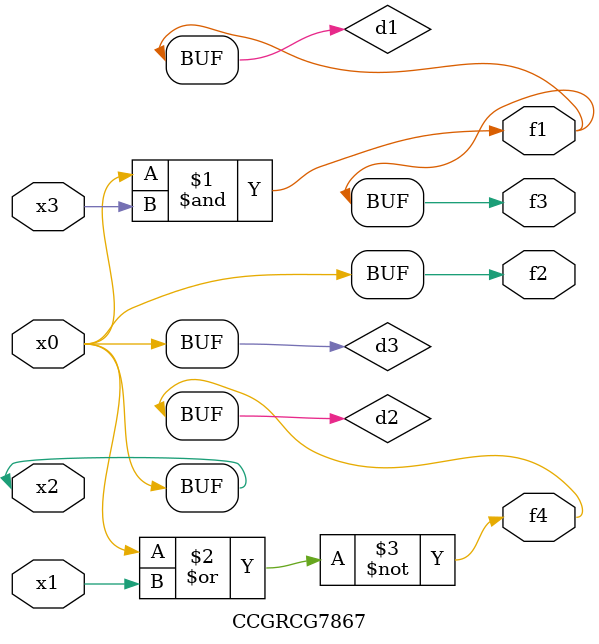
<source format=v>
module CCGRCG7867(
	input x0, x1, x2, x3,
	output f1, f2, f3, f4
);

	wire d1, d2, d3;

	and (d1, x2, x3);
	nor (d2, x0, x1);
	buf (d3, x0, x2);
	assign f1 = d1;
	assign f2 = d3;
	assign f3 = d1;
	assign f4 = d2;
endmodule

</source>
